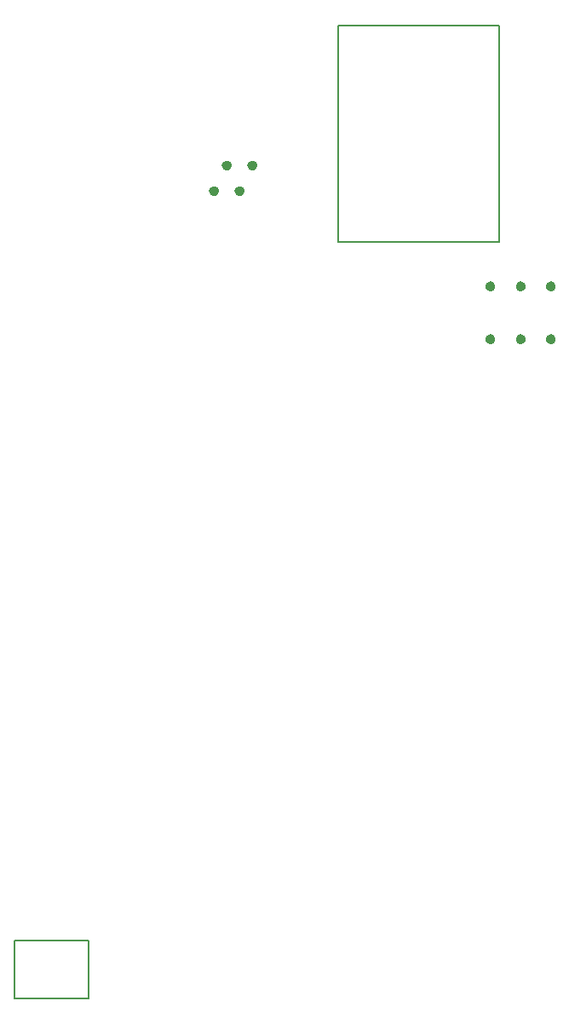
<source format=gm1>
%FSTAX23Y23*%
%MOIN*%
%SFA1B1*%

%IPPOS*%
%ADD13C,0.019680*%
%ADD15C,0.007870*%
%LNesp_gsm_iot-1*%
%LPD*%
G54D13*
X02493Y02655D02*
X02484Y0265D01*
Y0264*
X02493Y02635*
X02501Y0264*
Y0265*
X02493Y02655*
X02484Y0265*
Y0264*
X02493Y02635*
X02501Y0264*
Y0265*
X02493Y02655*
Y02863D02*
X02484Y02858D01*
Y02848*
X02493Y02843*
X02501Y02848*
Y02858*
X02493Y02863*
X02484Y02858*
Y02848*
X02493Y02843*
X02501Y02848*
Y02858*
X02493Y02863*
X02375Y02655D02*
X02366Y0265D01*
Y0264*
X02375Y02635*
X02383Y0264*
Y0265*
X02375Y02655*
X02366Y0265*
Y0264*
X02375Y02635*
X02383Y0264*
Y0265*
X02375Y02655*
Y02863D02*
X02366Y02858D01*
Y02848*
X02375Y02843*
X02383Y02848*
Y02858*
X02375Y02863*
X02366Y02858*
Y02848*
X02375Y02843*
X02383Y02848*
Y02858*
X02375Y02863*
X02257Y02655D02*
X02248Y0265D01*
Y0264*
X02257Y02635*
X02265Y0264*
Y0265*
X02257Y02655*
X02248Y0265*
Y0264*
X02257Y02635*
X02265Y0264*
Y0265*
X02257Y02655*
Y02863D02*
X02248Y02858D01*
Y02848*
X02257Y02843*
X02265Y02848*
Y02858*
X02257Y02863*
X02248Y02858*
Y02848*
X02257Y02843*
X02265Y02848*
Y02858*
X02257Y02863*
X01165Y03225D02*
X0117Y03216D01*
X0118*
X01184Y03225*
X0118Y03233*
X0117*
X01165Y03225*
X0117Y03216*
X0118*
X01184Y03225*
X0118Y03233*
X0117*
X01165Y03225*
X01215Y03325D02*
X0122Y03316D01*
X0123*
X01234Y03325*
X0123Y03333*
X0122*
X01215Y03325*
X0122Y03316*
X0123*
X01234Y03325*
X0123Y03333*
X0122*
X01215Y03325*
X01265Y03225D02*
X0127Y03216D01*
X0128*
X01284Y03225*
X0128Y03233*
X0127*
X01265Y03225*
X0127Y03216*
X0128*
X01284Y03225*
X0128Y03233*
X0127*
X01265Y03225*
X01315Y03325D02*
X0132Y03316D01*
X0133*
X01334Y03325*
X0133Y03333*
X0132*
X01315Y03325*
X0132Y03316*
X0133*
X01334Y03325*
X0133Y03333*
X0132*
X01315Y03325*
G54D15*
X00394Y00066D02*
X00685D01*
X00394D02*
Y00292D01*
X00685*
Y00066D02*
Y00292D01*
X0166Y03874D02*
X02289D01*
X0166Y03027D02*
Y03874D01*
Y03027D02*
X02289D01*
Y03874*
M02*
</source>
